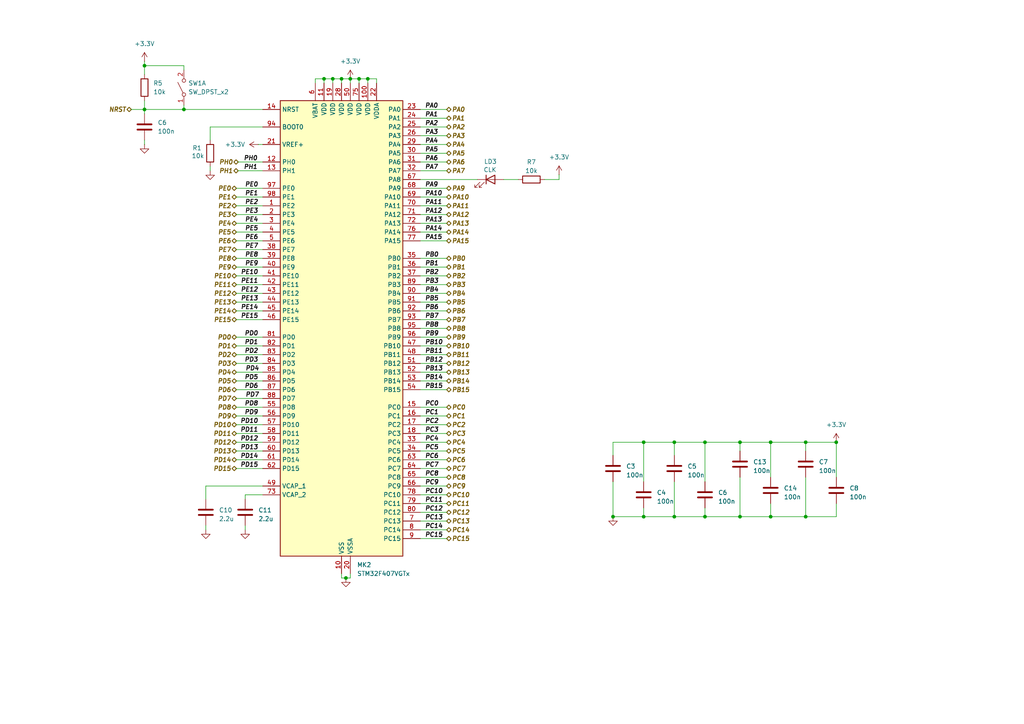
<source format=kicad_sch>
(kicad_sch (version 20250114) (generator "eeschema") (generator_version "9.0")
  (paper "A4")
  (title_block (title "Плата управления\\nшаговыми двигателями") (date "2025-08-25") (company "МГТУ им. Н.Э.Баумана") (comment 1 "БИГЕ.351101.001 Э3") (comment 2 "Филимонов С.В.") (comment 3 "Семеренко Д.А."))
  (lib_symbols
    (symbol "Device:C" (pin_numbers (hide yes)) (pin_names (offset 0.254))
      (property "Reference" "C" (at 0.635 2.54 0))
      (property "Value" "C" (at 0.635 -2.54 0))
      (symbol "C_0_1"
        (polyline (pts (xy -2.032 0.762) (xy 2.032 0.762)) (stroke (width 0.508)))
        (polyline (pts (xy -2.032 -0.762) (xy 2.032 -0.762)) (stroke (width 0.508)))
      )
      (symbol "C_1_1"
        (pin passive line (at 0 3.81 270) (length 2.794) (name "~") (number "1"))
        (pin passive line (at 0 -3.81 90) (length 2.794) (name "~") (number "2"))
      )
    )
    (symbol "Device:LED" (pin_numbers (hide yes)) (pin_names (offset 1.016) (hide yes))
      (property "Reference" "D" (at 0 2.54 0))
      (property "Value" "LED" (at 0 -2.54 0))
      (symbol "LED_0_1"
        (polyline (pts (xy -3.048 -0.762) (xy -4.572 -2.286) (xy -3.81 -2.286) (xy -4.572 -2.286) (xy -4.572 -1.524)))
        (polyline (pts (xy -1.778 -0.762) (xy -3.302 -2.286) (xy -2.54 -2.286) (xy -3.302 -2.286) (xy -3.302 -1.524)))
        (polyline (pts (xy -1.27 0) (xy 1.27 0)))
        (polyline (pts (xy -1.27 -1.27) (xy -1.27 1.27)) (stroke (width 0.254)))
        (polyline (pts (xy 1.27 -1.27) (xy 1.27 1.27) (xy -1.27 0) (xy 1.27 -1.27)) (stroke (width 0.254)))
      )
      (symbol "LED_1_1"
        (pin passive line (at -3.81 0 0) (length 2.54) (name "K") (number "1"))
        (pin passive line (at 3.81 0 180) (length 2.54) (name "A") (number "2"))
      )
    )
    (symbol "Device:R" (pin_numbers (hide yes)) (pin_names (offset 0))
      (property "Reference" "R" (at 2.032 0 90))
      (property "Value" "R" (at 0 0 90))
      (symbol "R_0_1"
        (rectangle (start -1.016 -2.54) (end 1.016 2.54) (stroke (width 0.254)))
      )
      (symbol "R_1_1"
        (pin passive line (at 0 3.81 270) (length 1.27) (name "~") (number "1"))
        (pin passive line (at 0 -3.81 90) (length 1.27) (name "~") (number "2"))
      )
    )
    (symbol "MCU_ST_STM32F4:STM32F407VGTx"
      (property "Reference" "U" (at -17.78 67.31 0))
      (property "Value" "STM32F407VGTx" (at 12.7 67.31 0))
      (symbol "STM32F407VGTx_0_1"
        (rectangle (start -17.78 -66.04) (end 17.78 66.04) (stroke (width 0.254)) (fill (type background)))
      )
      (symbol "STM32F407VGTx_1_1"
        (pin input line (at -22.86 63.5 0) (length 5.08) (name "NRST") (number "14"))
        (pin input line (at -22.86 58.42 0) (length 5.08) (name "BOOT0") (number "94"))
        (pin input line (at -22.86 53.34 0) (length 5.08) (name "VREF+") (number "21"))
        (pin bidirectional line (at -22.86 48.26 0) (length 5.08) (name "PH0") (number "12"))
        (pin bidirectional line (at -22.86 45.72 0) (length 5.08) (name "PH1") (number "13"))
        (pin bidirectional line (at -22.86 40.64 0) (length 5.08) (name "PE0") (number "97"))
        (pin bidirectional line (at -22.86 38.1 0) (length 5.08) (name "PE1") (number "98"))
        (pin bidirectional line (at -22.86 35.56 0) (length 5.08) (name "PE2") (number "1"))
        (pin bidirectional line (at -22.86 33.02 0) (length 5.08) (name "PE3") (number "2"))
        (pin bidirectional line (at -22.86 30.48 0) (length 5.08) (name "PE4") (number "3"))
        (pin bidirectional line (at -22.86 27.94 0) (length 5.08) (name "PE5") (number "4"))
        (pin bidirectional line (at -22.86 25.4 0) (length 5.08) (name "PE6") (number "5"))
        (pin bidirectional line (at -22.86 22.86 0) (length 5.08) (name "PE7") (number "38"))
        (pin bidirectional line (at -22.86 20.32 0) (length 5.08) (name "PE8") (number "39"))
        (pin bidirectional line (at -22.86 17.78 0) (length 5.08) (name "PE9") (number "40"))
        (pin bidirectional line (at -22.86 15.24 0) (length 5.08) (name "PE10") (number "41"))
        (pin bidirectional line (at -22.86 12.7 0) (length 5.08) (name "PE11") (number "42"))
        (pin bidirectional line (at -22.86 10.16 0) (length 5.08) (name "PE12") (number "43"))
        (pin bidirectional line (at -22.86 7.62 0) (length 5.08) (name "PE13") (number "44"))
        (pin bidirectional line (at -22.86 5.08 0) (length 5.08) (name "PE14") (number "45"))
        (pin bidirectional line (at -22.86 2.54 0) (length 5.08) (name "PE15") (number "46"))
        (pin bidirectional line (at -22.86 -2.54 0) (length 5.08) (name "PD0") (number "81"))
        (pin bidirectional line (at -22.86 -5.08 0) (length 5.08) (name "PD1") (number "82"))
        (pin bidirectional line (at -22.86 -7.62 0) (length 5.08) (name "PD2") (number "83"))
        (pin bidirectional line (at -22.86 -10.16 0) (length 5.08) (name "PD3") (number "84"))
        (pin bidirectional line (at -22.86 -12.7 0) (length 5.08) (name "PD4") (number "85"))
        (pin bidirectional line (at -22.86 -15.24 0) (length 5.08) (name "PD5") (number "86"))
        (pin bidirectional line (at -22.86 -17.78 0) (length 5.08) (name "PD6") (number "87"))
        (pin bidirectional line (at -22.86 -20.32 0) (length 5.08) (name "PD7") (number "88"))
        (pin bidirectional line (at -22.86 -22.86 0) (length 5.08) (name "PD8") (number "55"))
        (pin bidirectional line (at -22.86 -25.4 0) (length 5.08) (name "PD9") (number "56"))
        (pin bidirectional line (at -22.86 -27.94 0) (length 5.08) (name "PD10") (number "57"))
        (pin bidirectional line (at -22.86 -30.48 0) (length 5.08) (name "PD11") (number "58"))
        (pin bidirectional line (at -22.86 -33.02 0) (length 5.08) (name "PD12") (number "59"))
        (pin bidirectional line (at -22.86 -35.56 0) (length 5.08) (name "PD13") (number "60"))
        (pin bidirectional line (at -22.86 -38.1 0) (length 5.08) (name "PD14") (number "61"))
        (pin bidirectional line (at -22.86 -40.64 0) (length 5.08) (name "PD15") (number "62"))
        (pin power_out line (at -22.86 -45.72 0) (length 5.08) (name "VCAP_1") (number "49"))
        (pin power_out line (at -22.86 -48.26 0) (length 5.08) (name "VCAP_2") (number "73"))
        (pin power_in line (at -7.62 71.12 270) (length 5.08) (name "VBAT") (number "6"))
        (pin power_in line (at -5.08 71.12 270) (length 5.08) (name "VDD") (number "11"))
        (pin power_in line (at -2.54 71.12 270) (length 5.08) (name "VDD") (number "19"))
        (pin power_in line (at 0 71.12 270) (length 5.08) (name "VDD") (number "28"))
        (pin power_in line (at 0 -71.12 90) (length 5.08) (name "VSS") (number "10"))
        (pin passive line (at 0 -71.12 90) (length 5.08) (hide yes) (name "VSS") (number "27"))
        (pin passive line (at 0 -71.12 90) (length 5.08) (hide yes) (name "VSS") (number "74"))
        (pin passive line (at 0 -71.12 90) (length 5.08) (hide yes) (name "VSS") (number "99"))
        (pin power_in line (at 2.54 71.12 270) (length 5.08) (name "VDD") (number "50"))
        (pin power_in line (at 2.54 -71.12 90) (length 5.08) (name "VSSA") (number "20"))
        (pin power_in line (at 5.08 71.12 270) (length 5.08) (name "VDD") (number "75"))
        (pin power_in line (at 7.62 71.12 270) (length 5.08) (name "VDD") (number "100"))
        (pin power_in line (at 10.16 71.12 270) (length 5.08) (name "VDDA") (number "22"))
        (pin bidirectional line (at 22.86 63.5 180) (length 5.08) (name "PA0") (number "23"))
        (pin bidirectional line (at 22.86 60.96 180) (length 5.08) (name "PA1") (number "24"))
        (pin bidirectional line (at 22.86 58.42 180) (length 5.08) (name "PA2") (number "25"))
        (pin bidirectional line (at 22.86 55.88 180) (length 5.08) (name "PA3") (number "26"))
        (pin bidirectional line (at 22.86 53.34 180) (length 5.08) (name "PA4") (number "29"))
        (pin bidirectional line (at 22.86 50.8 180) (length 5.08) (name "PA5") (number "30"))
        (pin bidirectional line (at 22.86 48.26 180) (length 5.08) (name "PA6") (number "31"))
        (pin bidirectional line (at 22.86 45.72 180) (length 5.08) (name "PA7") (number "32"))
        (pin bidirectional line (at 22.86 43.18 180) (length 5.08) (name "PA8") (number "67"))
        (pin bidirectional line (at 22.86 40.64 180) (length 5.08) (name "PA9") (number "68"))
        (pin bidirectional line (at 22.86 38.1 180) (length 5.08) (name "PA10") (number "69"))
        (pin bidirectional line (at 22.86 35.56 180) (length 5.08) (name "PA11") (number "70"))
        (pin bidirectional line (at 22.86 33.02 180) (length 5.08) (name "PA12") (number "71"))
        (pin bidirectional line (at 22.86 30.48 180) (length 5.08) (name "PA13") (number "72"))
        (pin bidirectional line (at 22.86 27.94 180) (length 5.08) (name "PA14") (number "76"))
        (pin bidirectional line (at 22.86 25.4 180) (length 5.08) (name "PA15") (number "77"))
        (pin bidirectional line (at 22.86 20.32 180) (length 5.08) (name "PB0") (number "35"))
        (pin bidirectional line (at 22.86 17.78 180) (length 5.08) (name "PB1") (number "36"))
        (pin bidirectional line (at 22.86 15.24 180) (length 5.08) (name "PB2") (number "37"))
        (pin bidirectional line (at 22.86 12.7 180) (length 5.08) (name "PB3") (number "89"))
        (pin bidirectional line (at 22.86 10.16 180) (length 5.08) (name "PB4") (number "90"))
        (pin bidirectional line (at 22.86 7.62 180) (length 5.08) (name "PB5") (number "91"))
        (pin bidirectional line (at 22.86 5.08 180) (length 5.08) (name "PB6") (number "92"))
        (pin bidirectional line (at 22.86 2.54 180) (length 5.08) (name "PB7") (number "93"))
        (pin bidirectional line (at 22.86 0 180) (length 5.08) (name "PB8") (number "95"))
        (pin bidirectional line (at 22.86 -2.54 180) (length 5.08) (name "PB9") (number "96"))
        (pin bidirectional line (at 22.86 -5.08 180) (length 5.08) (name "PB10") (number "47"))
        (pin bidirectional line (at 22.86 -7.62 180) (length 5.08) (name "PB11") (number "48"))
        (pin bidirectional line (at 22.86 -10.16 180) (length 5.08) (name "PB12") (number "51"))
        (pin bidirectional line (at 22.86 -12.7 180) (length 5.08) (name "PB13") (number "52"))
        (pin bidirectional line (at 22.86 -15.24 180) (length 5.08) (name "PB14") (number "53"))
        (pin bidirectional line (at 22.86 -17.78 180) (length 5.08) (name "PB15") (number "54"))
        (pin bidirectional line (at 22.86 -22.86 180) (length 5.08) (name "PC0") (number "15"))
        (pin bidirectional line (at 22.86 -25.4 180) (length 5.08) (name "PC1") (number "16"))
        (pin bidirectional line (at 22.86 -27.94 180) (length 5.08) (name "PC2") (number "17"))
        (pin bidirectional line (at 22.86 -30.48 180) (length 5.08) (name "PC3") (number "18"))
        (pin bidirectional line (at 22.86 -33.02 180) (length 5.08) (name "PC4") (number "33"))
        (pin bidirectional line (at 22.86 -35.56 180) (length 5.08) (name "PC5") (number "34"))
        (pin bidirectional line (at 22.86 -38.1 180) (length 5.08) (name "PC6") (number "63"))
        (pin bidirectional line (at 22.86 -40.64 180) (length 5.08) (name "PC7") (number "64"))
        (pin bidirectional line (at 22.86 -43.18 180) (length 5.08) (name "PC8") (number "65"))
        (pin bidirectional line (at 22.86 -45.72 180) (length 5.08) (name "PC9") (number "66"))
        (pin bidirectional line (at 22.86 -48.26 180) (length 5.08) (name "PC10") (number "78"))
        (pin bidirectional line (at 22.86 -50.8 180) (length 5.08) (name "PC11") (number "79"))
        (pin bidirectional line (at 22.86 -53.34 180) (length 5.08) (name "PC12") (number "80"))
        (pin bidirectional line (at 22.86 -55.88 180) (length 5.08) (name "PC13") (number "7"))
        (pin bidirectional line (at 22.86 -58.42 180) (length 5.08) (name "PC14") (number "8"))
        (pin bidirectional line (at 22.86 -60.96 180) (length 5.08) (name "PC15") (number "9"))
      )
    )
    (symbol "Switch:SW_DPST_x2" (pin_names (offset 0) (hide yes))
      (property "Reference" "SW" (at 0 3.175 0))
      (property "Value" "SW_DPST_x2" (at 0 -2.54 0))
      (symbol "SW_DPST_x2_0_0"
        (circle (center -2.032 0) (radius 0.508))
        (polyline (pts (xy -1.524 0.254) (xy 1.524 1.778)))
        (circle (center 2.032 0) (radius 0.508))
      )
      (symbol "SW_DPST_x2_1_1"
        (pin passive line (at -5.08 0 0) (length 2.54) (name "A") (number "1"))
        (pin passive line (at 5.08 0 180) (length 2.54) (name "B") (number "2"))
      )
      (symbol "SW_DPST_x2_2_1"
        (pin passive line (at -5.08 0 0) (length 2.54) (name "A") (number "3"))
        (pin passive line (at 5.08 0 180) (length 2.54) (name "B") (number "4"))
      )
    )
    (symbol "power:+3.3V" (power) (pin_numbers (hide yes)) (pin_names (offset 0) (hide yes))
      (property "Value" "+3.3V" (at 0 3.556 0))
      (symbol "+3.3V_0_1"
        (polyline (pts (xy -0.762 1.27) (xy 0 2.54)))
        (polyline (pts (xy 0 2.54) (xy 0.762 1.27)))
        (polyline (pts (xy 0 0) (xy 0 2.54)))
      )
      (symbol "+3.3V_1_1"
        (pin power_in line (at 0 0 90) (length 0) (name "~") (number "1"))
      )
    )
    (symbol "power:GND" (power) (pin_numbers (hide yes)) (pin_names (offset 0) (hide yes))
      (property "Value" "GND" (at 0 -3.81 0))
      (symbol "GND_0_1"
        (polyline (pts (xy 0 0) (xy 0 -1.27) (xy 1.27 -1.27) (xy 0 -2.54) (xy -1.27 -1.27) (xy 0 -1.27)))
      )
      (symbol "GND_1_1"
        (pin power_in line (at 0 0 270) (length 0) (name "~") (number "1"))
      )
    )
  )
  (junction (at 104.14 22.86))
  (junction (at 93.98 22.86))
  (junction (at 195.58 149.86))
  (junction (at 204.47 128.27))
  (junction (at 195.58 128.27))
  (junction (at 96.52 22.86))
  (junction (at 242.5412 128.27))
  (junction (at 186.69 149.86))
  (junction (at 99.06 22.86))
  (junction (at 186.69 128.27))
  (junction (at 100.33 167.64))
  (junction (at 223.52 149.86))
  (junction (at 53.34 31.75))
  (junction (at 177.8 149.86))
  (junction (at 101.6 22.86))
  (junction (at 233.68 128.27))
  (junction (at 233.68 149.86))
  (junction (at 106.68 22.86))
  (junction (at 214.63 149.86))
  (junction (at 204.47 149.86))
  (junction (at 214.63 128.27))
  (junction (at 223.52 128.27))
  (junction (at 41.91 31.75))
  (junction (at 41.91 19.05))
  (wire (pts (xy 68.58 57.15) (xy 76.2 57.15)))
  (wire (pts (xy 99.06 22.86) (xy 99.06 24.13)))
  (wire (pts (xy 68.58 67.31) (xy 76.2 67.31)))
  (wire (pts (xy 146.0798 52.07) (xy 150.3182 52.07)))
  (wire (pts (xy 68.58 62.23) (xy 76.2 62.23)))
  (wire (pts (xy 68.58 118.11) (xy 76.2 118.11)))
  (wire (pts (xy 68.58 102.87) (xy 76.2 102.87)))
  (wire (pts (xy 68.58 115.57) (xy 76.2 115.57)))
  (wire (pts (xy 41.91 19.05) (xy 53.34 19.05)))
  (wire (pts (xy 41.91 31.75) (xy 53.34 31.75)))
  (wire (pts (xy 121.92 128.27) (xy 129.54 128.27)))
  (wire (pts (xy 68.58 64.77) (xy 76.2 64.77)))
  (wire (pts (xy 214.63 138.43) (xy 214.63 149.86)))
  (wire (pts (xy 204.47 128.27) (xy 214.63 128.27)))
  (wire (pts (xy 195.58 128.27) (xy 195.58 132.08)))
  (wire (pts (xy 99.06 22.86) (xy 101.6 22.86)))
  (wire (pts (xy 186.69 149.86) (xy 195.58 149.86)))
  (wire (pts (xy 76.2 143.51) (xy 71.12 143.51)))
  (wire (pts (xy 68.58 77.47) (xy 76.2 77.47)))
  (wire (pts (xy 186.69 147.32) (xy 186.69 149.86)))
  (wire (pts (xy 157.9382 52.07) (xy 162.1552 52.07)))
  (wire (pts (xy 242.5412 128.27) (xy 242.57 128.27)))
  (wire (pts (xy 223.52 138.43) (xy 223.52 128.27)))
  (wire (pts (xy 71.12 143.51) (xy 71.12 144.78)))
  (wire (pts (xy 69.0959 49.53) (xy 76.2 49.53)))
  (wire (pts (xy 121.92 92.71) (xy 129.54 92.71)))
  (wire (pts (xy 121.92 82.55) (xy 129.54 82.55)))
  (wire (pts (xy 121.92 85.09) (xy 129.54 85.09)))
  (wire (pts (xy 121.92 130.81) (xy 129.54 130.81)))
  (wire (pts (xy 214.63 149.86) (xy 223.52 149.86)))
  (wire (pts (xy 68.58 107.95) (xy 76.2 107.95)))
  (wire (pts (xy 186.69 128.27) (xy 186.69 139.7)))
  (wire (pts (xy 195.58 149.86) (xy 204.47 149.86)))
  (wire (pts (xy 121.92 125.73) (xy 129.54 125.73)))
  (wire (pts (xy 68.58 100.33) (xy 76.2 100.33)))
  (wire (pts (xy 53.34 20.32) (xy 53.34 19.05)))
  (wire (pts (xy 121.92 44.45) (xy 129.54 44.45)))
  (wire (pts (xy 68.58 74.93) (xy 76.2 74.93)))
  (wire (pts (xy 68.58 87.63) (xy 76.2 87.63)))
  (wire (pts (xy 121.92 80.01) (xy 129.54 80.01)))
  (wire (pts (xy 121.92 151.13) (xy 129.54 151.13)))
  (wire (pts (xy 41.91 19.05) (xy 41.91 21.59)))
  (wire (pts (xy 68.58 120.65) (xy 76.2 120.65)))
  (wire (pts (xy 121.92 90.17) (xy 129.54 90.17)))
  (wire (pts (xy 101.6 22.86) (xy 104.14 22.86)))
  (wire (pts (xy 68.58 54.61) (xy 76.2 54.61)))
  (wire (pts (xy 121.92 95.25) (xy 129.54 95.25)))
  (wire (pts (xy 121.92 138.43) (xy 129.54 138.43)))
  (wire (pts (xy 109.22 24.13) (xy 109.22 22.86)))
  (wire (pts (xy 121.92 135.89) (xy 129.54 135.89)))
  (wire (pts (xy 195.58 139.7) (xy 195.58 149.86)))
  (wire (pts (xy 60.96 36.83) (xy 60.96 40.64)))
  (wire (pts (xy 68.58 59.69) (xy 76.2 59.69)))
  (wire (pts (xy 121.92 113.03) (xy 129.54 113.03)))
  (wire (pts (xy 121.92 118.11) (xy 129.54 118.11)))
  (wire (pts (xy 99.06 167.64) (xy 100.33 167.64)))
  (wire (pts (xy 68.58 92.71) (xy 76.2 92.71)))
  (wire (pts (xy 68.58 113.03) (xy 76.2 113.03)))
  (wire (pts (xy 162.1552 52.07) (xy 162.1552 50.6614)))
  (wire (pts (xy 121.92 67.31) (xy 129.54 67.31)))
  (wire (pts (xy 68.58 123.19) (xy 76.2 123.19)))
  (wire (pts (xy 68.58 133.35) (xy 76.2 133.35)))
  (wire (pts (xy 121.92 153.67) (xy 129.54 153.67)))
  (wire (pts (xy 121.92 36.83) (xy 129.54 36.83)))
  (wire (pts (xy 214.63 128.27) (xy 214.63 130.81)))
  (wire (pts (xy 121.92 57.15) (xy 129.54 57.15)))
  (wire (pts (xy 242.57 146.05) (xy 242.57 149.86)))
  (wire (pts (xy 204.47 149.86) (xy 214.63 149.86)))
  (wire (pts (xy 121.92 34.29) (xy 129.54 34.29)))
  (wire (pts (xy 177.8 149.86) (xy 177.8 139.7)))
  (wire (pts (xy 214.63 128.27) (xy 223.52 128.27)))
  (wire (pts (xy 204.47 128.27) (xy 204.47 139.7)))
  (wire (pts (xy 68.58 135.89) (xy 76.2 135.89)))
  (wire (pts (xy 68.58 69.85) (xy 76.2 69.85)))
  (wire (pts (xy 121.92 46.99) (xy 129.54 46.99)))
  (wire (pts (xy 68.58 125.73) (xy 76.2 125.73)))
  (wire (pts (xy 233.68 149.86) (xy 242.57 149.86)))
  (wire (pts (xy 101.6 166.37) (xy 101.6 167.64)))
  (wire (pts (xy 186.69 128.27) (xy 195.58 128.27)))
  (wire (pts (xy 68.58 82.55) (xy 76.2 82.55)))
  (wire (pts (xy 177.8 128.27) (xy 177.8 132.08)))
  (wire (pts (xy 121.92 140.97) (xy 129.54 140.97)))
  (wire (pts (xy 91.44 24.13) (xy 91.44 22.86)))
  (wire (pts (xy 109.22 22.86) (xy 106.68 22.86)))
  (wire (pts (xy 68.58 97.79) (xy 76.2 97.79)))
  (wire (pts (xy 121.92 31.75) (xy 129.54 31.75)))
  (wire (pts (xy 223.52 149.86) (xy 233.68 149.86)))
  (wire (pts (xy 71.12 153.67) (xy 71.12 152.4)))
  (wire (pts (xy 99.06 166.37) (xy 99.06 167.64)))
  (wire (pts (xy 69.0959 46.99) (xy 76.2 46.99)))
  (wire (pts (xy 93.98 24.13) (xy 93.98 22.86)))
  (wire (pts (xy 104.14 22.86) (xy 104.14 24.13)))
  (wire (pts (xy 68.58 128.27) (xy 76.2 128.27)))
  (wire (pts (xy 91.44 22.86) (xy 93.98 22.86)))
  (wire (pts (xy 223.52 128.27) (xy 233.68 128.27)))
  (wire (pts (xy 41.91 29.21) (xy 41.91 31.75)))
  (wire (pts (xy 223.52 146.05) (xy 223.52 149.86)))
  (wire (pts (xy 68.58 90.17) (xy 76.2 90.17)))
  (wire (pts (xy 121.92 107.95) (xy 129.54 107.95)))
  (wire (pts (xy 121.92 69.85) (xy 129.54 69.85)))
  (wire (pts (xy 74.93 41.91) (xy 76.2 41.91)))
  (wire (pts (xy 121.92 105.41) (xy 129.54 105.41)))
  (wire (pts (xy 100.33 167.64) (xy 101.6 167.64)))
  (wire (pts (xy 121.92 133.35) (xy 129.54 133.35)))
  (wire (pts (xy 121.92 148.59) (xy 129.54 148.59)))
  (wire (pts (xy 68.58 130.81) (xy 76.2 130.81)))
  (wire (pts (xy 121.92 156.21) (xy 129.54 156.21)))
  (wire (pts (xy 53.34 30.48) (xy 53.34 31.75)))
  (wire (pts (xy 121.92 110.49) (xy 129.54 110.49)))
  (wire (pts (xy 233.68 138.43) (xy 233.68 149.86)))
  (wire (pts (xy 121.92 52.07) (xy 138.4598 52.07)))
  (wire (pts (xy 121.92 62.23) (xy 129.54 62.23)))
  (wire (pts (xy 121.92 100.33) (xy 129.54 100.33)))
  (wire (pts (xy 195.58 128.27) (xy 204.47 128.27)))
  (wire (pts (xy 68.58 80.01) (xy 76.2 80.01)))
  (wire (pts (xy 106.68 22.86) (xy 106.68 24.13)))
  (wire (pts (xy 121.92 120.65) (xy 129.54 120.65)))
  (wire (pts (xy 96.52 22.86) (xy 96.52 24.13)))
  (wire (pts (xy 104.14 22.86) (xy 106.68 22.86)))
  (wire (pts (xy 121.92 39.37) (xy 129.54 39.37)))
  (wire (pts (xy 60.96 36.83) (xy 76.2 36.83)))
  (wire (pts (xy 121.92 146.05) (xy 129.54 146.05)))
  (wire (pts (xy 186.69 128.27) (xy 177.8 128.27)))
  (wire (pts (xy 121.92 97.79) (xy 129.54 97.79)))
  (wire (pts (xy 68.58 110.49) (xy 76.2 110.49)))
  (wire (pts (xy 60.96 48.26) (xy 60.96 49.53)))
  (wire (pts (xy 53.34 31.75) (xy 76.2 31.75)))
  (wire (pts (xy 59.69 152.4) (xy 59.69 153.67)))
  (wire (pts (xy 121.92 64.77) (xy 129.54 64.77)))
  (wire (pts (xy 121.92 41.91) (xy 129.54 41.91)))
  (wire (pts (xy 68.58 72.39) (xy 76.2 72.39)))
  (wire (pts (xy 76.2 140.97) (xy 59.69 140.97)))
  (wire (pts (xy 204.47 147.32) (xy 204.47 149.86)))
  (wire (pts (xy 121.92 74.93) (xy 129.54 74.93)))
  (wire (pts (xy 242.57 138.43) (xy 242.57 128.27)))
  (wire (pts (xy 233.68 128.27) (xy 242.5412 128.27)))
  (wire (pts (xy 121.92 49.53) (xy 129.54 49.53)))
  (wire (pts (xy 121.92 59.69) (xy 129.54 59.69)))
  (wire (pts (xy 93.98 22.86) (xy 96.52 22.86)))
  (wire (pts (xy 121.92 102.87) (xy 129.54 102.87)))
  (wire (pts (xy 121.92 87.63) (xy 129.54 87.63)))
  (wire (pts (xy 41.91 40.64) (xy 41.91 41.91)))
  (wire (pts (xy 121.92 77.47) (xy 129.54 77.47)))
  (wire (pts (xy 186.69 149.86) (xy 177.8 149.86)))
  (wire (pts (xy 101.6 22.86) (xy 101.6 24.13)))
  (wire (pts (xy 68.58 85.09) (xy 76.2 85.09)))
  (wire (pts (xy 121.92 54.61) (xy 129.54 54.61)))
  (wire (pts (xy 121.92 143.51) (xy 129.54 143.51)))
  (wire (pts (xy 68.58 105.41) (xy 76.2 105.41)))
  (wire (pts (xy 59.69 140.97) (xy 59.69 144.78)))
  (wire (pts (xy 41.91 31.75) (xy 41.91 33.02)))
  (wire (pts (xy 121.92 123.19) (xy 129.54 123.19)))
  (wire (pts (xy 38.1 31.75) (xy 41.91 31.75)))
  (wire (pts (xy 96.52 22.86) (xy 99.06 22.86)))
  (wire (pts (xy 233.68 128.27) (xy 233.68 130.81)))
  (wire (pts (xy 41.91 17.78) (xy 41.91 19.05)))
  (label "PC1" (at 123.19 120.65 0) (effects (font (bold yes) (italic yes))))
  (label "PD0" (at 74.93 97.79 180) (effects (font (bold yes) (italic yes))))
  (label "PE0" (at 74.93 54.61 180) (effects (font (bold yes) (italic yes))))
  (label "PB2" (at 123.19 80.01 0) (effects (font (bold yes) (italic yes))))
  (label "PE12" (at 74.93 85.09 180) (effects (font (bold yes) (italic yes))))
  (label "PB15" (at 123.19 113.03 0) (effects (font (bold yes) (italic yes))))
  (label "PA15" (at 123.19 69.85 0) (effects (font (bold yes) (italic yes))))
  (label "PA11" (at 123.19 59.69 0) (effects (font (bold yes) (italic yes))))
  (label "PE4" (at 74.93 64.77 180) (effects (font (bold yes) (italic yes))))
  (label "PB11" (at 123.19 102.87 0) (effects (font (bold yes) (italic yes))))
  (label "PA5" (at 123.19 44.45 0) (effects (font (bold yes) (italic yes))))
  (label "PB7" (at 123.19 92.71 0) (effects (font (bold yes) (italic yes))))
  (label "PE3" (at 74.93 62.23 180) (effects (font (bold yes) (italic yes))))
  (label "PD5" (at 74.93 110.49 180) (effects (font (bold yes) (italic yes))))
  (label "PC9" (at 123.19 140.97 0) (effects (font (bold yes) (italic yes))))
  (label "PA7" (at 123.19 49.53 0) (effects (font (bold yes) (italic yes))))
  (label "PA2" (at 123.19 36.83 0) (effects (font (bold yes) (italic yes))))
  (label "PE11" (at 74.93 82.55 180) (effects (font (bold yes) (italic yes))))
  (label "PD8" (at 74.93 118.11 180) (effects (font (bold yes) (italic yes))))
  (label "PB5" (at 123.19 87.63 0) (effects (font (bold yes) (italic yes))))
  (label "PC11" (at 123.19 146.05 0) (effects (font (bold yes) (italic yes))))
  (label "PH1" (at 70.6136 49.53 0) (effects (font (bold yes) (italic yes))))
  (label "PE9" (at 74.93 77.47 180) (effects (font (bold yes) (italic yes))))
  (label "PC10" (at 123.19 143.51 0) (effects (font (bold yes) (italic yes))))
  (label "PB9" (at 123.19 97.79 0) (effects (font (bold yes) (italic yes))))
  (label "PD9" (at 74.93 120.65 180) (effects (font (bold yes) (italic yes))))
  (label "PE5" (at 74.93 67.31 180) (effects (font (bold yes) (italic yes))))
  (label "PA3" (at 123.19 39.37 0) (effects (font (bold yes) (italic yes))))
  (label "PB4" (at 123.19 85.09 0) (effects (font (bold yes) (italic yes))))
  (label "PD12" (at 74.93 128.27 180) (effects (font (bold yes) (italic yes))))
  (label "PD6" (at 74.93 113.03 180) (effects (font (bold yes) (italic yes))))
  (label "PD14" (at 74.93 133.35 180) (effects (font (bold yes) (italic yes))))
  (label "PE13" (at 74.93 87.63 180) (effects (font (bold yes) (italic yes))))
  (label "PC12" (at 123.19 148.59 0) (effects (font (bold yes) (italic yes))))
  (label "PA6" (at 123.19 46.99 0) (effects (font (bold yes) (italic yes))))
  (label "PB12" (at 123.19 105.41 0) (effects (font (bold yes) (italic yes))))
  (label "PE1" (at 74.93 57.15 180) (effects (font (bold yes) (italic yes))))
  (label "PA10" (at 123.19 57.15 0) (effects (font (bold yes) (italic yes))))
  (label "PC8" (at 123.19 138.43 0) (effects (font (bold yes) (italic yes))))
  (label "PB14" (at 123.19 110.49 0) (effects (font (bold yes) (italic yes))))
  (label "PB3" (at 123.19 82.55 0) (effects (font (bold yes) (italic yes))))
  (label "PE2" (at 74.93 59.69 180) (effects (font (bold yes) (italic yes))))
  (label "PC0" (at 123.19 118.11 0) (effects (font (bold yes) (italic yes))))
  (label "PB13" (at 123.19 107.95 0) (effects (font (bold yes) (italic yes))))
  (label "PD13" (at 74.93 130.81 180) (effects (font (bold yes) (italic yes))))
  (label "PB8" (at 123.19 95.25 0) (effects (font (bold yes) (italic yes))))
  (label "PC7" (at 123.19 135.89 0) (effects (font (bold yes) (italic yes))))
  (label "PC6" (at 123.19 133.35 0) (effects (font (bold yes) (italic yes))))
  (label "PA1" (at 123.19 34.29 0) (effects (font (bold yes) (italic yes))))
  (label "PC2" (at 123.19 123.19 0) (effects (font (bold yes) (italic yes))))
  (label "PD1" (at 74.93 100.33 180) (effects (font (bold yes) (italic yes))))
  (label "PD3" (at 74.93 105.41 180) (effects (font (bold yes) (italic yes))))
  (label "PC5" (at 123.19 130.81 0) (effects (font (bold yes) (italic yes))))
  (label "PD15" (at 74.93 135.89 180) (effects (font (bold yes) (italic yes))))
  (label "PE7" (at 74.93 72.39 180) (effects (font (bold yes) (italic yes))))
  (label "PE14" (at 74.93 90.17 180) (effects (font (bold yes) (italic yes))))
  (label "PA4" (at 123.19 41.91 0) (effects (font (bold yes) (italic yes))))
  (label "PB0" (at 123.19 74.93 0) (effects (font (bold yes) (italic yes))))
  (label "PA12" (at 123.19 62.23 0) (effects (font (bold yes) (italic yes))))
  (label "PA0" (at 123.19 31.75 0) (effects (font (bold yes) (italic yes))))
  (label "РH0" (at 70.6136 46.99 0) (effects (font (bold yes) (italic yes))))
  (label "PE10" (at 74.93 80.01 180) (effects (font (bold yes) (italic yes))))
  (label "PA14" (at 123.19 67.31 0) (effects (font (bold yes) (italic yes))))
  (label "PA9" (at 123.19 54.61 0) (effects (font (bold yes) (italic yes))))
  (label "PC3" (at 123.19 125.73 0) (effects (font (bold yes) (italic yes))))
  (label "PC15" (at 123.19 156.21 0) (effects (font (bold yes) (italic yes))))
  (label "PC4" (at 123.19 128.27 0) (effects (font (bold yes) (italic yes))))
  (label "PB10" (at 123.19 100.33 0) (effects (font (bold yes) (italic yes))))
  (label "PD11" (at 74.93 125.73 180) (effects (font (bold yes) (italic yes))))
  (label "PB6" (at 123.19 90.17 0) (effects (font (bold yes) (italic yes))))
  (label "PC13" (at 123.19 151.13 0) (effects (font (bold yes) (italic yes))))
  (label "PD10" (at 74.93 123.19 180) (effects (font (bold yes) (italic yes))))
  (label "PC14" (at 123.19 153.67 0) (effects (font (bold yes) (italic yes))))
  (label "PB1" (at 123.19 77.47 0) (effects (font (bold yes) (italic yes))))
  (label "PE8" (at 74.93 74.93 180) (effects (font (bold yes) (italic yes))))
  (label "PD4" (at 71.12 107.95 0) (effects (font (bold yes) (italic yes))))
  (label "PA13" (at 123.19 64.77 0) (effects (font (bold yes) (italic yes))))
  (label "PE6" (at 74.93 69.85 180) (effects (font (bold yes) (italic yes))))
  (label "PD7" (at 71.12 115.57 0) (effects (font (bold yes) (italic yes))))
  (label "PE15" (at 74.93 92.71 180) (effects (font (bold yes) (italic yes))))
  (label "PD2" (at 74.93 102.87 180) (effects (font (bold yes) (italic yes))))
  (hierarchical_label "PB3" (shape bidirectional) (at 129.54 82.55 0) (effects (font (thickness 0.254) (bold yes) (italic yes))))
  (hierarchical_label "PA9" (shape bidirectional) (at 129.54 54.61 0) (effects (font (bold yes) (italic yes))))
  (hierarchical_label "PE7" (shape bidirectional) (at 68.58 72.39 180) (effects (font (bold yes) (italic yes))))
  (hierarchical_label "PD1" (shape bidirectional) (at 68.58 100.33 180) (effects (font (bold yes) (italic yes))))
  (hierarchical_label "PC6" (shape bidirectional) (at 129.54 133.35 0) (effects (font (bold yes) (italic yes))))
  (hierarchical_label "PA7" (shape bidirectional) (at 129.54 49.53 0) (effects (font (bold yes) (italic yes))))
  (hierarchical_label "PC15" (shape bidirectional) (at 129.54 156.21 0) (effects (font (bold yes) (italic yes))))
  (hierarchical_label "PC0" (shape bidirectional) (at 129.54 118.11 0) (effects (font (bold yes) (italic yes))))
  (hierarchical_label "PE12" (shape bidirectional) (at 68.58 85.09 180) (effects (font (bold yes) (italic yes))))
  (hierarchical_label "PB10" (shape bidirectional) (at 129.54 100.33 0) (effects (font (thickness 0.254) (bold yes) (italic yes))))
  (hierarchical_label "PB5" (shape bidirectional) (at 129.54 87.63 0) (effects (font (thickness 0.254) (bold yes) (italic yes))))
  (hierarchical_label "PA5" (shape bidirectional) (at 129.54 44.45 0) (effects (font (bold yes) (italic yes))))
  (hierarchical_label "PD6" (shape bidirectional) (at 68.58 113.03 180) (effects (font (bold yes) (italic yes))))
  (hierarchical_label "PD3" (shape bidirectional) (at 68.58 105.41 180) (effects (font (bold yes) (italic yes))))
  (hierarchical_label "PA13" (shape bidirectional) (at 129.54 64.77 0) (effects (font (bold yes) (italic yes))))
  (hierarchical_label "PA6" (shape bidirectional) (at 129.54 46.99 0) (effects (font (bold yes) (italic yes))))
  (hierarchical_label "PH0" (shape bidirectional) (at 69.0959 46.99 180) (effects (font (bold yes) (italic yes))))
  (hierarchical_label "PB4" (shape bidirectional) (at 129.54 85.09 0) (effects (font (thickness 0.254) (bold yes) (italic yes))))
  (hierarchical_label "PC2" (shape bidirectional) (at 129.54 123.19 0) (effects (font (bold yes) (italic yes))))
  (hierarchical_label "PD4" (shape bidirectional) (at 68.58 107.95 180) (effects (font (bold yes) (italic yes))))
  (hierarchical_label "PA0" (shape bidirectional) (at 129.54 31.75 0) (effects (font (bold yes) (italic yes))))
  (hierarchical_label "PE4" (shape bidirectional) (at 68.58 64.77 180) (effects (font (bold yes) (italic yes))))
  (hierarchical_label "PA11" (shape bidirectional) (at 129.54 59.69 0) (effects (font (bold yes) (italic yes))))
  (hierarchical_label "PE14" (shape bidirectional) (at 68.58 90.17 180) (effects (font (bold yes) (italic yes))))
  (hierarchical_label "PC8" (shape bidirectional) (at 129.54 138.43 0) (effects (font (bold yes) (italic yes))))
  (hierarchical_label "PD13" (shape bidirectional) (at 68.58 130.81 180) (effects (font (bold yes) (italic yes))))
  (hierarchical_label "PC5" (shape bidirectional) (at 129.54 130.81 0) (effects (font (bold yes) (italic yes))))
  (hierarchical_label "PE0" (shape bidirectional) (at 68.58 54.61 180) (effects (font (bold yes) (italic yes))))
  (hierarchical_label "PB8" (shape bidirectional) (at 129.54 95.25 0) (effects (font (thickness 0.254) (bold yes) (italic yes))))
  (hierarchical_label "PA10" (shape bidirectional) (at 129.54 57.15 0) (effects (font (bold yes) (italic yes))))
  (hierarchical_label "PE3" (shape bidirectional) (at 68.58 62.23 180) (effects (font (bold yes) (italic yes))))
  (hierarchical_label "PA14" (shape bidirectional) (at 129.54 67.31 0) (effects (font (bold yes) (italic yes))))
  (hierarchical_label "PE1" (shape bidirectional) (at 68.58 57.15 180) (effects (font (bold yes) (italic yes))))
  (hierarchical_label "PA1" (shape bidirectional) (at 129.54 34.29 0) (effects (font (bold yes) (italic yes))))
  (hierarchical_label "PH1" (shape bidirectional) (at 69.0959 49.53 180) (effects (font (bold yes) (italic yes))))
  (hierarchical_label "PE8" (shape bidirectional) (at 68.58 74.93 180) (effects (font (bold yes) (italic yes))))
  (hierarchical_label "PC4" (shape bidirectional) (at 129.54 128.27 0) (effects (font (bold yes) (italic yes))))
  (hierarchical_label "PC12" (shape bidirectional) (at 129.54 148.59 0) (effects (font (bold yes) (italic yes))))
  (hierarchical_label "PB14" (shape bidirectional) (at 129.54 110.49 0) (effects (font (thickness 0.254) (bold yes) (italic yes))))
  (hierarchical_label "PC14" (shape bidirectional) (at 129.54 153.67 0) (effects (font (bold yes) (italic yes))))
  (hierarchical_label "PA2" (shape bidirectional) (at 129.54 36.83 0) (effects (font (bold yes) (italic yes))))
  (hierarchical_label "PD0" (shape bidirectional) (at 68.58 97.79 180) (effects (font (bold yes) (italic yes))))
  (hierarchical_label "PE15" (shape bidirectional) (at 68.58 92.71 180) (effects (font (bold yes) (italic yes))))
  (hierarchical_label "PC3" (shape bidirectional) (at 129.54 125.73 0) (effects (font (bold yes) (italic yes))))
  (hierarchical_label "PC10" (shape bidirectional) (at 129.54 143.51 0) (effects (font (bold yes) (italic yes))))
  (hierarchical_label "PD2" (shape bidirectional) (at 68.58 102.87 180) (effects (font (bold yes) (italic yes))))
  (hierarchical_label "PB13" (shape bidirectional) (at 129.54 107.95 0) (effects (font (thickness 0.254) (bold yes) (italic yes))))
  (hierarchical_label "PB6" (shape bidirectional) (at 129.54 90.17 0) (effects (font (thickness 0.254) (bold yes) (italic yes))))
  (hierarchical_label "PD5" (shape bidirectional) (at 68.58 110.49 180) (effects (font (bold yes) (italic yes))))
  (hierarchical_label "PB1" (shape bidirectional) (at 129.54 77.47 0) (effects (font (thickness 0.254) (bold yes) (italic yes))))
  (hierarchical_label "PD10" (shape bidirectional) (at 68.58 123.19 180) (effects (font (bold yes) (italic yes))))
  (hierarchical_label "PB11" (shape bidirectional) (at 129.54 102.87 0) (effects (font (thickness 0.254) (bold yes) (italic yes))))
  (hierarchical_label "PD8" (shape bidirectional) (at 68.58 118.11 180) (effects (font (bold yes) (italic yes))))
  (hierarchical_label "PC13" (shape bidirectional) (at 129.54 151.13 0) (effects (font (bold yes) (italic yes))))
  (hierarchical_label "PA15" (shape bidirectional) (at 129.54 69.85 0) (effects (font (bold yes) (italic yes))))
  (hierarchical_label "PB12" (shape bidirectional) (at 129.54 105.41 0) (effects (font (thickness 0.254) (bold yes) (italic yes))))
  (hierarchical_label "PE5" (shape bidirectional) (at 68.58 67.31 180) (effects (font (bold yes) (italic yes))))
  (hierarchical_label "PE10" (shape bidirectional) (at 68.58 80.01 180) (effects (font (bold yes) (italic yes))))
  (hierarchical_label "PC11" (shape bidirectional) (at 129.54 146.05 0) (effects (font (bold yes) (italic yes))))
  (hierarchical_label "PD11" (shape bidirectional) (at 68.58 125.73 180) (effects (font (bold yes) (italic yes))))
  (hierarchical_label "PA12" (shape bidirectional) (at 129.54 62.23 0) (effects (font (bold yes) (italic yes))))
  (hierarchical_label "PC1" (shape bidirectional) (at 129.54 120.65 0) (effects (font (bold yes) (italic yes))))
  (hierarchical_label "PB15" (shape bidirectional) (at 129.54 113.03 0) (effects (font (thickness 0.254) (bold yes) (italic yes))))
  (hierarchical_label "PE11" (shape bidirectional) (at 68.58 82.55 180) (effects (font (bold yes) (italic yes))))
  (hierarchical_label "PA4" (shape bidirectional) (at 129.54 41.91 0) (effects (font (bold yes) (italic yes))))
  (hierarchical_label "PE6" (shape bidirectional) (at 68.58 69.85 180) (effects (font (bold yes) (italic yes))))
  (hierarchical_label "PB2" (shape bidirectional) (at 129.54 80.01 0) (effects (font (thickness 0.254) (bold yes) (italic yes))))
  (hierarchical_label "PB9" (shape bidirectional) (at 129.54 97.79 0) (effects (font (thickness 0.254) (bold yes) (italic yes))))
  (hierarchical_label "PD15" (shape bidirectional) (at 68.58 135.89 180) (effects (font (bold yes) (italic yes))))
  (hierarchical_label "PE9" (shape bidirectional) (at 68.58 77.47 180) (effects (font (bold yes) (italic yes))))
  (hierarchical_label "PB7" (shape bidirectional) (at 129.54 92.71 0) (effects (font (thickness 0.254) (bold yes) (italic yes))))
  (hierarchical_label "PA3" (shape bidirectional) (at 129.54 39.37 0) (effects (font (bold yes) (italic yes))))
  (hierarchical_label "PC9" (shape bidirectional) (at 129.54 140.97 0) (effects (font (bold yes) (italic yes))))
  (hierarchical_label "PE13" (shape bidirectional) (at 68.58 87.63 180) (effects (font (bold yes) (italic yes))))
  (hierarchical_label "PE2" (shape bidirectional) (at 68.58 59.69 180) (effects (font (bold yes) (italic yes))))
  (hierarchical_label "PD14" (shape bidirectional) (at 68.58 133.35 180) (effects (font (bold yes) (italic yes))))
  (hierarchical_label "PD12" (shape bidirectional) (at 68.58 128.27 180) (effects (font (bold yes) (italic yes))))
  (hierarchical_label "PB0" (shape bidirectional) (at 129.54 74.93 0) (effects (font (thickness 0.254) (bold yes) (italic yes))))
  (hierarchical_label "PC7" (shape bidirectional) (at 129.54 135.89 0) (effects (font (bold yes) (italic yes))))
  (hierarchical_label "PD9" (shape bidirectional) (at 68.58 120.65 180) (effects (font (bold yes) (italic yes))))
  (hierarchical_label "PD7" (shape bidirectional) (at 68.58 115.57 180) (effects (font (bold yes) (italic yes))))
  (hierarchical_label "NRST" (shape bidirectional) (at 38.1 31.75 180) (effects (font (thickness 0.254) (bold yes) (italic yes))))
  (symbol (lib_id "Device:R") (at 60.96 44.45 0) (unit 1)
    (property "Reference" "R6" (at 57.15 42.926 0))
    (property "Value" "10k" (at 57.404 45.212 0))
    (property "Footprint" "Resistor_SMD:R_0805_2012Metric" (effects (hide yes)))
    (instances (project "stm32f4_ILI_RS_SD" (path "" (reference "R1") (unit 1))) (project "stm32f4_ILI_RS_SD" (path "" (reference "R6") (unit 1))))
  )
  (symbol (lib_id "power:GND") (at 60.96 49.53 0) (unit 1)
    (property "Reference" "#PWR021" (effects (hide yes)))
    (property "Value" "GND" (effects (hide yes)))
    (property "Description" "Power symbol creates a global label with name \"GND\" , ground" (effects (hide yes)))
  )
  (symbol (lib_id "Device:C") (at 71.12 148.59 0) (unit 1)
    (property "Reference" "C8" (at 74.93 147.955 0) (effects (justify left)))
    (property "Value" "2.2u" (at 74.93 150.495 0) (effects (justify left)))
    (property "Footprint" "Capacitor_SMD:C_0805_2012Metric" (effects (hide yes)))
    (instances (project "stm32f4_ILI_RS_SD" (path "" (reference "C11") (unit 1))) (project "stm32f4_ILI_RS_SD" (path "" (reference "C8") (unit 1))))
  )
  (symbol (lib_id "power:GND") (at 59.69 153.67 0) (unit 1)
    (property "Reference" "#PWR020" (effects (hide yes)))
    (property "Value" "GND" (effects (hide yes)))
    (property "Description" "Power symbol creates a global label with name \"GND\" , ground" (effects (hide yes)))
  )
  (symbol (lib_id "Switch:SW_DPST_x2") (at 53.34 25.4 90) (unit 1)
    (property "Reference" "SW1" (at 54.61 24.1299 90) (effects (justify right)))
    (property "Value" "SW_DPST_x2" (at 54.61 26.6699 90) (effects (justify right)))
    (property "Footprint" "Button_Switch_SMD:SW_SPST_PTS647_Sx38" (effects (hide yes)))
    (property "Description" "Single Pole Single Throw (SPST) switch, separate symbol" (effects (hide yes)))
  )
  (symbol (lib_id "power:GND") (at 177.8 149.86 0) (unit 1)
    (property "Reference" "#PWR027" (effects (hide yes)))
    (property "Value" "GND" (effects (hide yes)))
    (property "Description" "Power symbol creates a global label with name \"GND\" , ground" (effects (hide yes)))
  )
  (symbol (lib_id "Device:C") (at 214.63 134.62 0) (unit 1)
    (property "Reference" "C13" (at 218.44 133.985 0) (effects (justify left)))
    (property "Value" "100n" (at 218.44 136.525 0) (effects (justify left)))
    (property "Footprint" "Capacitor_SMD:C_0805_2012Metric" (effects (hide yes)))
  )
  (symbol (lib_id "power:GND") (at 100.33 167.64 0) (unit 1)
    (property "Reference" "#PWR024" (effects (hide yes)))
    (property "Value" "GND" (effects (hide yes)))
    (property "Description" "Power symbol creates a global label with name \"GND\" , ground" (effects (hide yes)))
  )
  (symbol (lib_id "Device:R") (at 154.1282 52.07 270) (unit 1)
    (property "Reference" "R7" (at 154.1282 46.99 90))
    (property "Value" "10k" (at 154.1282 49.53 90))
    (property "Footprint" "Resistor_SMD:R_0805_2012Metric" (effects (hide yes)))
  )
  (symbol (lib_id "Device:C") (at 242.57 142.24 0) (unit 1)
    (property "Reference" "C16" (at 246.38 141.605 0) (effects (justify left)))
    (property "Value" "100n" (at 246.38 144.145 0) (effects (justify left)))
    (property "Footprint" "Capacitor_SMD:C_0805_2012Metric" (effects (hide yes)))
    (instances (project "stm32f4_ILI_RS_SD" (path "" (reference "C8") (unit 1))) (project "stm32f4_ILI_RS_SD" (path "" (reference "C16") (unit 1))))
  )
  (symbol (lib_id "Device:R") (at 41.91 25.4 180) (unit 1)
    (property "Reference" "R5" (at 44.45 24.1299 0) (effects (justify right)))
    (property "Value" "10k" (at 44.45 26.6699 0) (effects (justify right)))
    (property "Footprint" "Resistor_SMD:R_0805_2012Metric" (effects (hide yes)))
    (property "Description" "Resistor" (effects (hide yes)))
  )
  (symbol (lib_id "power:+3.3V") (at 41.91 17.78 0) (unit 1)
    (property "Reference" "#PWR018" (effects (hide yes)))
    (property "Value" "+3.3V" (at 41.91 12.7 0))
    (property "Description" "Power symbol creates a global label with name \"+3.3V\"" (effects (hide yes)))
  )
  (symbol (lib_id "Device:LED") (at 142.2698 52.07 0) (unit 1)
    (property "Reference" "LD3" (at 142.2362 46.851 0))
    (property "Value" "CLK" (at 142.132 49.2472 0))
    (property "Footprint" "LED_SMD:LED_0805_2012Metric" (effects (hide yes)))
  )
  (symbol (lib_id "Device:C") (at 59.69 148.59 0) (unit 1)
    (property "Reference" "C7" (at 63.5 147.955 0) (effects (justify left)))
    (property "Value" "2.2u" (at 63.5 150.495 0) (effects (justify left)))
    (property "Footprint" "Capacitor_SMD:C_0805_2012Metric" (effects (hide yes)))
    (instances (project "stm32f4_ILI_RS_SD" (path "" (reference "C10") (unit 1))) (project "stm32f4_ILI_RS_SD" (path "" (reference "C7") (unit 1))))
  )
  (symbol (lib_id "Device:C") (at 223.52 142.24 0) (unit 1)
    (property "Reference" "C14" (at 227.33 141.605 0) (effects (justify left)))
    (property "Value" "100n" (at 227.33 144.145 0) (effects (justify left)))
    (property "Footprint" "Capacitor_SMD:C_0805_2012Metric" (effects (hide yes)))
  )
  (symbol (lib_id "power:+3.3V") (at 242.5412 128.27 0) (unit 1)
    (property "Reference" "#PWR028" (effects (hide yes)))
    (property "Value" "+3.3V" (at 242.5412 123.19 0))
    (property "Description" "Power symbol creates a global label with name \"+3.3V\"" (effects (hide yes)))
  )
  (symbol (lib_id "Device:C") (at 177.8 135.89 0) (unit 1)
    (property "Reference" "C9" (at 181.61 135.255 0) (effects (justify left)))
    (property "Value" "100n" (at 181.61 137.795 0) (effects (justify left)))
    (property "Footprint" "Capacitor_SMD:C_0805_2012Metric" (effects (hide yes)))
    (instances (project "stm32f4_ILI_RS_SD" (path "" (reference "C3") (unit 1))) (project "stm32f4_ILI_RS_SD" (path "" (reference "C9") (unit 1))))
  )
  (symbol (lib_id "power:+3.3V") (at 101.6 22.86 0) (unit 1)
    (property "Reference" "#PWR025" (effects (hide yes)))
    (property "Value" "+3.3V" (at 101.6 17.78 0))
    (property "Description" "Power symbol creates a global label with name \"+3.3V\"" (effects (hide yes)))
  )
  (symbol (lib_id "Device:C") (at 233.68 134.62 0) (unit 1)
    (property "Reference" "C15" (at 237.49 133.985 0) (effects (justify left)))
    (property "Value" "100n" (at 237.49 136.525 0) (effects (justify left)))
    (property "Footprint" "Capacitor_SMD:C_0805_2012Metric" (effects (hide yes)))
    (instances (project "stm32f4_ILI_RS_SD" (path "" (reference "C7") (unit 1))) (project "stm32f4_ILI_RS_SD" (path "" (reference "C15") (unit 1))))
  )
  (symbol (lib_id "power:GND") (at 41.91 41.91 0) (unit 1)
    (property "Reference" "#PWR019" (effects (hide yes)))
    (property "Value" "GND" (effects (hide yes)))
    (property "Description" "Power symbol creates a global label with name \"GND\" , ground" (effects (hide yes)))
  )
  (symbol (lib_id "MCU_ST_STM32F4:STM32F407VGTx") (at 99.06 95.25 0) (unit 1)
    (property "Reference" "U2" (at 103.5559 163.83 0) (effects (justify left)))
    (property "Value" "STM32F407VGTx" (at 103.5559 166.37 0) (effects (justify left)))
    (property "Footprint" "Package_QFP:LQFP-100_14x14mm_P0.5mm" (effects (hide yes)))
    (property "Datasheet" "https://www.st.com/resource/en/datasheet/stm32f407vg.pdf" (effects (hide yes)))
    (instances (project "stm32f4_ILI_RS_SD" (path "" (reference "MK2") (unit 1))) (project "stm32f4_ILI_RS_SD" (path "" (reference "U2") (unit 1))))
  )
  (symbol (lib_id "power:GND") (at 71.12 153.67 0) (unit 1)
    (property "Reference" "#PWR022" (effects (hide yes)))
    (property "Value" "GND" (effects (hide yes)))
    (property "Description" "Power symbol creates a global label with name \"GND\" , ground" (effects (hide yes)))
  )
  (symbol (lib_id "Device:C") (at 195.58 135.89 0) (unit 1)
    (property "Reference" "C11" (at 199.39 135.255 0) (effects (justify left)))
    (property "Value" "100n" (at 199.39 137.795 0) (effects (justify left)))
    (property "Footprint" "Capacitor_SMD:C_0805_2012Metric" (effects (hide yes)))
    (instances (project "stm32f4_ILI_RS_SD" (path "" (reference "C5") (unit 1))) (project "stm32f4_ILI_RS_SD" (path "" (reference "C11") (unit 1))))
  )
  (symbol (lib_id "Device:C") (at 186.69 143.51 0) (unit 1)
    (property "Reference" "C10" (at 190.5 142.875 0) (effects (justify left)))
    (property "Value" "100n" (at 190.5 145.415 0) (effects (justify left)))
    (property "Footprint" "Capacitor_SMD:C_0805_2012Metric" (effects (hide yes)))
    (instances (project "stm32f4_ILI_RS_SD" (path "" (reference "C4") (unit 1))) (project "stm32f4_ILI_RS_SD" (path "" (reference "C10") (unit 1))))
  )
  (symbol (lib_id "Device:C") (at 41.91 36.83 0) (unit 1)
    (property "Reference" "C6" (at 45.72 35.5599 0) (effects (justify left)))
    (property "Value" "100n" (at 45.72 38.0999 0) (effects (justify left)))
    (property "Footprint" "Capacitor_SMD:C_0805_2012Metric" (effects (hide yes)))
    (property "Description" "Unpolarized capacitor" (effects (hide yes)))
  )
  (symbol (lib_id "power:+3.3V") (at 74.93 41.91 90) (unit 1)
    (property "Reference" "#PWR023" (effects (hide yes)))
    (property "Value" "+3.3V" (at 71.12 41.9099 90) (effects (justify left)))
    (property "Description" "Power symbol creates a global label with name \"+3.3V\"" (effects (hide yes)))
  )
  (symbol (lib_id "Device:C") (at 204.47 143.51 0) (unit 1)
    (property "Reference" "C12" (at 208.28 142.875 0) (effects (justify left)))
    (property "Value" "100n" (at 208.28 145.415 0) (effects (justify left)))
    (property "Footprint" "Capacitor_SMD:C_0805_2012Metric" (effects (hide yes)))
    (instances (project "stm32f4_ILI_RS_SD" (path "" (reference "C6") (unit 1))) (project "stm32f4_ILI_RS_SD" (path "" (reference "C12") (unit 1))))
  )
  (symbol (lib_id "power:+3.3V") (at 162.1552 50.6614 0) (unit 1)
    (property "Reference" "#PWR026" (effects (hide yes)))
    (property "Value" "+3.3V" (at 162.1552 45.5814 0))
    (property "Description" "Power symbol creates a global label with name \"+3.3V\"" (effects (hide yes)))
  )
)
</source>
